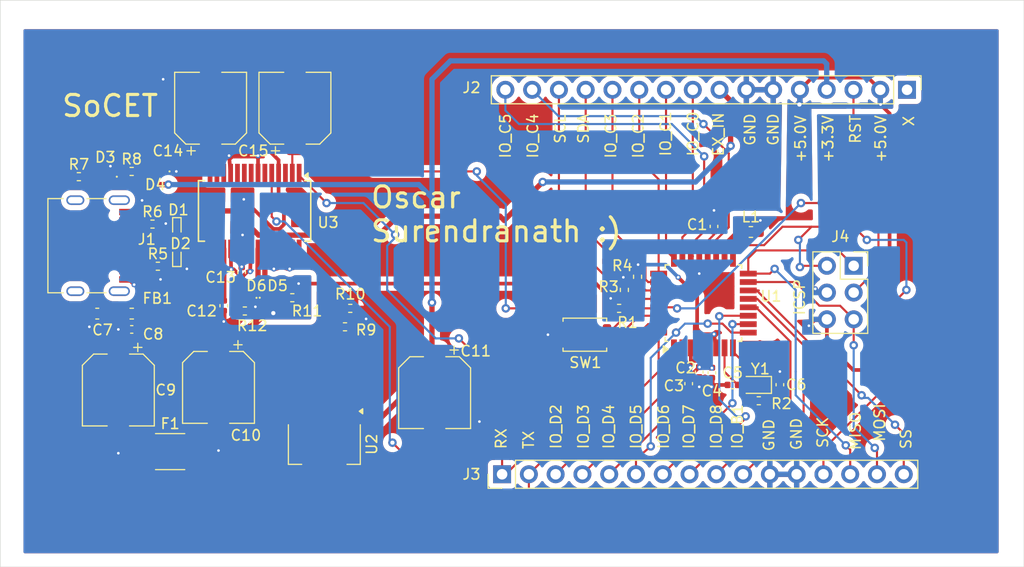
<source format=kicad_pcb>
(kicad_pcb (version 20240108) (generator "pcbnew") (generator_version "8.0")
  (layers (0 "F.Cu" signal) (31 "B.Cu" signal) (34 "B.Paste" user) (35 "F.Paste" user) (36 "B.SilkS" user "B.Silkscreen") (37 "F.SilkS" user "F.Silkscreen") (38 "B.Mask" user) (39 "F.Mask" user) (44 "Edge.Cuts" user))
  (net 0 "")
  (net 1 "Net-(U1-AREF)")
  (net 2 "GND")
  (net 3 "+5V")
  (net 4 "EX_OSC1")
  (net 5 "EX_OSC2")
  (net 6 "PWRU_IN")
  (net 7 "Net-(C8-Pad2)")
  (net 8 "+3.3V")
  (net 9 "Net-(U3-3V3OUT)")
  (net 10 "EX_RST")
  (net 11 "USART_DTR")
  (net 12 "USBC_D.N")
  (net 13 "USBC_D.P")
  (net 14 "Net-(D3-A)")
  (net 15 "Net-(D4-A)")
  (net 16 "Net-(D5-K)")
  (net 17 "Net-(D5-A)")
  (net 18 "Net-(D6-A)")
  (net 19 "Net-(D6-K)")
  (net 21 "Net-(J1-CC2)")
  (net 23 "Net-(J1-CC1)")
  (net 26 "GPIO_C.0")
  (net 27 "GPIO_C.3")
  (net 28 "GPIO_C.1")
  (net 29 "I2C_SDA")
  (net 30 "GPIO_C.2")
  (net 32 "GPIO_C.5")
  (net 33 "GPIO_C.4")
  (net 34 "I2C_SCL")
  (net 35 "SPI.MISO")
  (net 36 "GPIO_D.3")
  (net 37 "GPIO_B.1")
  (net 38 "SPI.MOSI")
  (net 39 "GPIO_B.0")
  (net 40 "USART.TXD")
  (net 41 "GPIO_D.7")
  (net 42 "SPI.SS")
  (net 43 "GPIO_D.6")
  (net 44 "SPI.SCK")
  (net 45 "GPIO_D.5")
  (net 46 "USART.RXD")
  (net 47 "GPIO_D.4")
  (net 48 "GPIO_D.2")
  (net 49 "Net-(U1-AVCC)")
  (net 50 "Net-(U2-ADJ)")
  (footprint "Capacitor_SMD:C_0402_1005Metric" (layer "F.Cu") (at 119.6 90.73 -90)
    (property "Reference" "C13")
    (property "Value" "0.1u")
  )
  (footprint "LED_SMD:LED_0402_1005Metric" (layer "F.Cu") (at 106.665 81.65 180)
    (property "Reference" "D3")
    (property "Value" "LED")
  )
  (footprint "Capacitor_SMD:CP_Elec_6.3x7.7" (layer "F.Cu") (at 107.9 101.9 -90)
    (property "Reference" "C9")
    (property "Value" "4.7u")
  )
  (footprint "Package_TO_SOT_SMD:SOT-223" (layer "F.Cu") (at 127.44 107.05 -90)
    (property "Reference" "U2")
    (property "Value" "LM1117S-ADJ")
  )
  (footprint "Capacitor_SMD:C_0603_1608Metric" (layer "F.Cu") (at 105.9 94.65)
    (property "Reference" "C7")
    (property "Value" "0.01u")
  )
  (footprint "Capacitor_SMD:C_0402_1005Metric" (layer "F.Cu") (at 164.4 86.37 -90)
    (property "Reference" "C1")
    (property "Value" ".1u")
  )
  (footprint "Inductor_SMD:L_0603_1608Metric" (layer "F.Cu") (at 167.9 86.9)
    (property "Reference" "L1")
    (property "Value" "10u")
  )
  (footprint "Capacitor_SMD:C_0402_1005Metric" (layer "F.Cu") (at 163 100.2 -90)
    (property "Reference" "C2")
    (property "Value" ".1u")
  )
  (footprint "Resistor_SMD:R_0402_1005Metric" (layer "F.Cu") (at 157.15 91.15 -90)
    (property "Reference" "R4")
    (property "Value" "4.7k")
  )
  (footprint "LED_SMD:LED_0402_1005Metric" (layer "F.Cu") (at 119.915 93.15 180)
    (property "Reference" "D6")
    (property "Value" "RX_LED")
  )
  (footprint "Resistor_SMD:R_0402_1005Metric" (layer "F.Cu") (at 111.65 90.15)
    (property "Reference" "R5")
    (property "Value" "5.1k")
  )
  (footprint "Capacitor_SMD:CP_Elec_6.3x7.7" (layer "F.Cu") (at 124.65 75.15 90)
    (property "Reference" "C15")
    (property "Value" "0.1u")
  )
  (footprint "Package_QFP:TQFP-32_7x7mm_P0.8mm" (layer "F.Cu") (at 163.4 93.65 90)
    (property "Reference" "U1")
    (property "Value" "ATmega328P-A")
  )
  (footprint "Resistor_SMD:R_0402_1005Metric" (layer "F.Cu") (at 129.9 94.15)
    (property "Reference" "R10")
    (property "Value" "200")
  )
  (footprint "Package_SO:SSOP-28_5.3x10.2mm_P0.65mm" (layer "F.Cu") (at 120.825 84.9 -90)
    (property "Reference" "U3")
    (property "Value" "FT232RL")
  )
  (footprint "Resistor_SMD:R_0402_1005Metric" (layer "F.Cu") (at 129.4 95.9)
    (property "Reference" "R9")
    (property "Value" "121")
  )
  (footprint "Resistor_SMD:R_0402_1005Metric" (layer "F.Cu") (at 119.9 94.4)
    (property "Reference" "R12")
    (property "Value" "150")
  )
  (footprint "Resistor_SMD:R_0402_1005Metric" (layer "F.Cu") (at 124.4 93.14)
    (property "Reference" "R11")
    (property "Value" "150")
  )
  (footprint "Connector_USB:USB_C_Receptacle_Palconn_UTC16-G" (layer "F.Cu") (at 106.06 88.2 -90)
    (property "Reference" "J1")
    (property "Value" "USB_C_Receptacle_USB2.0_16P")
  )
  (footprint "Resistor_SMD:R_0402_1005Metric" (layer "F.Cu") (at 104.155 81.65)
    (property "Reference" "R7")
    (property "Value" "155")
  )
  (footprint "Resistor_SMD:R_0402_1005Metric" (layer "F.Cu") (at 109.165 81.15)
    (property "Reference" "R8")
    (property "Value" "70")
  )
  (footprint "Inductor_SMD:L_0603_1608Metric" (layer "F.Cu") (at 109.17 94.65)
    (property "Reference" "FB1")
    (property "Value" "120")
  )
  (footprint "Resistor_SMD:R_0402_1005Metric" (layer "F.Cu") (at 111.14 86.15)
    (property "Reference" "R6")
    (property "Value" "5.1k")
  )
  (footprint "Resistor_SMD:R_0402_1005Metric" (layer "F.Cu") (at 155.9 92.4 -90)
    (property "Reference" "R3")
    (property "Value" "4.7k")
  )
  (footprint "Capacitor_SMD:C_0402_1005Metric" (layer "F.Cu") (at 170.65 101.4 -90)
    (property "Reference" "C6")
    (property "Value" "18p")
  )
  (footprint "Capacitor_SMD:CP_Elec_6.3x7.7" (layer "F.Cu") (at 117.4 101.65 -90)
    (property "Reference" "C10")
    (property "Value" "10u")
  )
  (footprint "Capacitor_SMD:C_0402_1005Metric" (layer "F.Cu") (at 164.2 100.264601 -90)
    (property "Reference" "C4")
    (property "Value" ".1u")
  )
  (footprint "Capacitor_SMD:C_0402_1005Metric" (layer "F.Cu") (at 117.9 93.9 -90)
    (property "Reference" "C12")
    (property "Value" "0.1u")
  )
  (footprint "Fuse:Fuse_1812_4532Metric" (layer "F.Cu") (at 112.8125 107.75)
    (property "Reference" "F1")
    (property "Value" "500mA")
  )
  (footprint "Diode_SMD:D_SOD-923" (layer "F.Cu") (at 113.45 86.4 -90)
    (property "Reference" "D1")
    (property "Value" "ESD9B5.0ST5G")
  )
  (footprint "Resistor_SMD:R_0402_1005Metric" (layer "F.Cu") (at 168.65 102.92)
    (property "Reference" "R2")
    (property "Value" "1M")
  )
  (footprint "Diode_SMD:D_SOD-923" (layer "F.Cu") (at 113.45 89.32 90)
    (property "Reference" "D2")
    (property "Value" "ESD9B5.0ST5G")
  )
  (footprint "Capacitor_SMD:C_0402_1005Metric" (layer "F.Cu") (at 162 101.3 90)
    (property "Reference" "C3")
    (property "Value" ".1u")
  )
  (footprint "LED_SMD:LED_0402_1005Metric" (layer "F.Cu") (at 111.665 81.15 180)
    (property "Reference" "D4")
    (property "Value" "LED")
  )
  (footprint "Connector_PinHeader_2.54mm:PinHeader_1x16_P2.54mm_Vertical" (layer "F.Cu") (at 144.3 109.9 90)
    (property "Reference" "J3")
    (property "Value" "Conn_01x16_Socket")
  )
  (footprint "Connector_PinHeader_2.54mm:PinHeader_1x16_P2.54mm_Vertical" (layer "F.Cu") (at 182.71 73.4 -90)
    (property "Reference" "J2")
    (property "Value" "Conn_01x16_Socket")
  )
  (footprint "Capacitor_SMD:C_0402_1005Metric" (layer "F.Cu") (at 166.17 101.42)
    (property "Reference" "C5")
    (property "Value" "18p")
  )
  (footprint "Capacitor_SMD:CP_Elec_6.3x7.7" (layer "F.Cu") (at 116.65 75.15 90)
    (property "Reference" "C14")
    (property "Value" "4.7u")
  )
  (footprint "Button_Switch_SMD:SW_Push_SPST_NO_Alps_SKRK" (layer "F.Cu") (at 152.15 96.65 180)
    (property "Reference" "SW1")
    (property "Value" "SW_Push")
  )
  (footprint "Crystal:Crystal_SMD_2012-2Pin_2.0x1.2mm" (layer "F.Cu") (at 168.65 101.42 180)
    (property "Reference" "Y1")
    (property "Value" "16MHz")
  )
  (footprint "Connector_PinSocket_2.54mm:PinSocket_2x03_P2.54mm_Vertical" (layer "F.Cu") (at 177.65 90.11)
    (property "Reference" "J4")
    (property "Value" "ICSP")
  )
  (footprint "Resistor_SMD:R_0402_1005Metric" (layer "F.Cu") (at 155.4 94.15)
    (property "Reference" "R1")
    (property "Value" "10k")
  )
  (footprint "Capacitor_SMD:C_0402_1005Metric" (layer "F.Cu") (at 109.17 96.15)
    (property "Reference" "C8")
    (property "Value" "0.1u")
  )
  (footprint "LED_SMD:LED_0402_1005Metric" (layer "F.Cu") (at 122.4 93.14)
    (property "Reference" "D5")
    (property "Value" "TX_LED")
  )
  (footprint "Capacitor_SMD:CP_Elec_6.3x7.7" (layer "F.Cu") (at 137.9 102.15 -90)
    (property "Reference" "C11")
    (property "Value" ".1u")
  )
  (gr_rect (start 96.7 64.9) (end 193.8 118.7) (stroke (width 0.05)) (fill none) (layer "Edge.Cuts"))
  (gr_text "ICSP" (at 173.1 94.9 90) (layer "F.SilkS") (effects (font (size 1 1)) (justify left bottom)))
  (gr_text "IO_C1\n" (at 160.4 79.8 90) (layer "F.SilkS") (effects (font (size 1 1)) (justify left bottom)))
  (gr_text "GND\n" (at 168.4 78.8 90) (layer "F.SilkS") (effects (font (size 1 1)) (justify left bottom)))
  (gr_text "IO_D7\n" (at 162.6 107.6 90) (layer "F.SilkS") (effects (font (size 1 1)) (justify left bottom)))
  (gr_text "+5.0V" (at 173.2 80.4 90) (layer "F.SilkS") (effects (font (size 1 1)) (justify left bottom)))
  (gr_text "SDA" (at 152.6 78.6 90) (layer "F.SilkS") (effects (font (size 1 1)) (justify left bottom)))
  (gr_text "IO_D8\n" (at 165.2 107.6 90) (layer "F.SilkS") (effects (font (size 1 1)) (justify left bottom)))
  (gr_text "+3.3V" (at 175.8 80.4 90) (layer "F.SilkS") (effects (font (size 1 1)) (justify left bottom)))
  (gr_text "IO_D3\n" (at 152.6 107.6 90) (layer "F.SilkS") (effects (font (size 1 1)) (justify left bottom)))
  (gr_text "IO_C4" (at 147.8 80 90) (layer "F.SilkS") (effects (font (size 1 1)) (justify left bottom)))
  (gr_text "EX_IN" (at 165.4 79.8 90) (layer "F.SilkS") (effects (font (size 1 1)) (justify left bottom)))
  (gr_text "RST\n" (at 178.4 78.6 90) (layer "F.SilkS") (effects (font (size 1 1)) (justify left bottom)))
  (gr_text "+5.0V\n" (at 180.8 80.4 90) (layer "F.SilkS") (effects (font (size 1 1)) (justify left bottom)))
  (gr_text "IO_C5" (at 145.2 80 90) (layer "F.SilkS") (effects (font (size 1 1)) (justify left bottom)))
  (gr_text "GND\n" (at 170.6 78.8 90) (layer "F.SilkS") (effects (font (size 1 1)) (justify left bottom)))
  (gr_text "IO_C2\n" (at 157.8 80 90) (layer "F.SilkS") (effects (font (size 1 1)) (justify left bottom)))
  (gr_text "IO_C0" (at 163 79.8 90) (layer "F.SilkS") (effects (font (size 1 1)) (justify left bottom)))
  (gr_text "GND" (at 172.8 107.7 90) (layer "F.SilkS") (effects (font (size 1 1)) (justify left bottom)))
  (gr_text "IO_D6\n" (at 160.2 107.6 90) (layer "F.SilkS") (effects (font (size 1 1)) (justify left bottom)))
  (gr_text "SCL" (at 150.4 78.6 90) (layer "F.SilkS") (effects (font (size 1 1)) (justify left bottom)))
  (gr_text "IO_D5\n" (at 157.6 107.6 90) (layer "F.SilkS") (effects (font (size 1 1)) (justify left bottom)))
  (gr_text "TX\n" (at 147.4 107.6 90) (layer "F.SilkS") (effects (font (size 1 1)) (justify left bottom)))
  (gr_text "IO_D4\n" (at 155 107.6 90) (layer "F.SilkS") (effects (font (size 1 1)) (justify left bottom)))
  (gr_text "IO_D2\n" (at 150 107.6 90) (layer "F.SilkS") (effects (font (size 1 1)) (justify left bottom)))
  (gr_text "MOSI" (at 180.7 106.9 90) (layer "F.SilkS") (effects (font (size 1 1)) (justify left bottom)))
  (gr_text "IO_C3" (at 155.2 80 90) (layer "F.SilkS") (effects (font (size 1 1)) (justify left bottom)))
  (gr_text "SoCET" (at 102.4 76.1 0) (layer "F.SilkS") (effects (font (size 2 2) (thickness 0.3)) (justify left bottom)))
  (gr_text "Oscar\nSurendranath :)" (at 131.7 88 0) (layer "F.SilkS") (effects (font (size 2 2) (thickness 0.3)) (justify left bottom)))
  (gr_text "RX" (at 144.8 107.6 90) (layer "F.SilkS") (effects (font (size 1 1)) (justify left bottom)))
  (gr_text "GND" (at 170.2 107.8 90) (layer "F.SilkS") (effects (font (size 1 1)) (justify left bottom)))
  (gr_text "X" (at 182.2 75.8 -90) (layer "F.SilkS") (effects (font (size 1 1)) (justify left bottom)))
  (gr_text "SS" (at 183.2 107.6 90) (layer "F.SilkS") (effects (font (size 1 1)) (justify left bottom)))
  (gr_text "SCK" (at 175.3 107.5 90) (layer "F.SilkS") (effects (font (size 1 1)) (justify left bottom)))
  (gr_text "MISO" (at 178.4 107.7 90) (layer "F.SilkS") (effects (font (size 1 1)) (justify left bottom)))
  (gr_text "IO_B1" (at 167.2 107.6 90) (layer "F.SilkS") (effects (font (size 1 1)) (justify left bottom)))
  (segment (start 164.4 86.85) (end 164.4 87.15) (width 0.2) (layer "F.Cu") (net 1))
  (segment (start 163.8 89.4) (end 163.8 87.75) (width 0.2) (layer "F.Cu") (net 1))
  (segment (start 164.4 87.15) (end 163.8 87.75) (width 0.2) (layer "F.Cu") (net 1))
  (segment (start 148.65 96.65) (end 148.9 96.65) (width 0.35) (layer "F.Cu") (net 2))
  (segment (start 163 100.68) (end 163 101.6) (width 0.35) (layer "F.Cu") (net 2))
  (segment (start 163 89.4) (end 163 90.85) (width 0.35) (layer "F.Cu") (net 2))
  (segment (start 169.7 109.9) (end 172.24 109.9) (width 0.35) (layer "F.Cu") (net 2))
  (segment (start 121.15 81.3) (end 121.15 79.65) (width 0.35) (layer "F.Cu") (net 2))
  (segment (start 162.82 101.78) (end 163 101.6) (width 0.35) (layer "F.Cu") (net 2))
  (segment (start 162.2 99.2) (end 162.2 99.6) (width 0.35) (layer "F.Cu") (net 2))
  (segment (start 112.52 85.98) (end 112.4 86.1) (width 0.35) (layer "F.Cu") (net 2))
  (segment (start 137.9 104.85) (end 141.85 104.85) (width 0.35) (layer "F.Cu") (net 2))
  (segment (start 117.9 94.38) (end 117.9 95.4) (width 0.35) (layer "F.Cu") (net 2))
  (segment (start 120.4 90.65) (end 120.5 90.55) (width 0.35) (layer "F.Cu") (net 2))
  (segment (start 123.1 90.2) (end 122.65 90.4) (width 0.35) (layer "F.Cu") (net 2))
  (segment (start 164.2 100.744601) (end 164.2 101.464601) (width 0.35) (layer "F.Cu") (net 2))
  (segment (start 116.65 72.45) (end 112.2 72.45) (width 0.35) (layer "F.Cu") (net 2))
  (segment (start 150.05 96.65) (end 148.65 96.65) (width 0.35) (layer "F.Cu") (net 2))
  (segment (start 162.2 97.9) (end 162.2 99.2) (width 0.35) (layer "F.Cu") (net 2))
  (segment (start 162.265 99.135) (end 162.2 99.2) (width 0.35) (layer "F.Cu") (net 2))
  (segment (start 105.125 94.65) (end 105.15 95.9) (width 0.35) (layer "F.Cu") (net 2))
  (segment (start 123.1 88.5) (end 123.1 90.2) (width 0.35) (layer "F.Cu") (net 2))
  (segment (start 112.2 72.45) (end 112.15 72.4) (width 0.35) (layer "F.Cu") (net 2))
  (segment (start 113.45 85.98) (end 112.52 85.98) (width 0.35) (layer "F.Cu") (net 2))
  (segment (start 105.15 95.9) (end 105.125 95.625) (width 0.35) (layer "F.Cu") (net 2))
  (segment (start 131.4 95.15) (end 131.15 94.9) (width 0.35) (layer "F.Cu") (net 2))
  (segment (start 123.75 90.25) (end 124.15 90.4) (width 0.35) (layer "F.Cu") (net 2))
  (segment (start 170.65 100.92) (end 170.65 100.15) (width 0.35) (layer "F.Cu") (net 2))
  (segment (start 117.4 104.35) (end 117.4 107.65) (width 0.35) (layer "F.Cu") (net 2))
  (segment (start 142.15 104.9) (end 141.9 104.9) (width 0.35) (layer "F.Cu") (net 2))
  (segment (start 164.34614 101.42) (end 164.16614 101.6) (width 0.35) (layer "F.Cu") (net 2))
  (segment (start 165.69 101.42) (end 164.34614 101.42) (width 0.35) (layer "F.Cu") (net 2))
  (segment (start 162 101.78) (end 162.82 101.78) (width 0.35) (layer "F.Cu") (net 2))
  (segment (start 141.85 104.85) (end 142.15 104.9) (width 0.35) (layer "F.Cu") (net 2))
  (segment (start 162.2 99.6) (end 162.15 99.65) (width 0.35) (layer "F.Cu") (net 2))
  (segment (start 107.9 104.6) (end 107.9 107.9) (width 0.35) (layer "F.Cu") (net 2))
  (segment (start 108.69 96.15) (end 107.9 96.15) (width 0.35) (layer "F.Cu") (net 2))
  (segment (start 118.55 88.5) (end 118.6 90.45) (width 0.35) (layer "F.Cu") (net 2))
  (segment (start 118.84 90.45) (end 119.6 91.21) (width 0.35) (layer "F.Cu") (net 2))
  (segment (start 112.4 86.1) (end 112.35 86.15) (width 0.35) (layer "F.Cu") (net 2))
  (segment (start 163.8 99.05) (end 163.715 99.135) (width 0.35) (layer "F.Cu") (net 2))
  (segment (start 120.5 88.5) (end 120.4 90.65) (width 0.35) (layer "F.Cu") (net 2))
  (segment (start 118.55 81.3) (end 118.4 79.65) (width 0.35) (layer "F.Cu") (net 2))
  (segment (start 122.65 90.4) (end 122.9 90.4) (width 0.35) (layer "F.Cu") (net 2))
  (segment (start 130.41 94.15) (end 130.41 94.16) (width 0.35) (layer "F.Cu") (net 2))
  (segment (start 108.57 91.4) (end 108.9 91.4) (width 0.35) (layer "F.Cu") (net 2))
  (segment (start 120.4 90.65) (end 120.16 90.65) (width 0.35) (layer "F.Cu") (net 2))
  (segment (start 163.8 97.9) (end 163.8 99.05) (width 0.35) (layer "F.Cu") (net 2))
  (segment (start 118.6 90.45) (end 118.55 90.3) (width 0.35) (layer "F.Cu") (net 2))
  (segment (start 124.15 90.4) (end 123.9 90.4) (width 0.35) (layer "F.Cu") (net 2))
  (segment (start 164.4 85.89) (end 164.4 84.85) (width 0.35) (layer "F.Cu") (net 2))
  (segment (start 113.45 89.74) (end 114.11 90.4) (width 0.35) (layer "F.Cu") (net 2))
  (segment (start 107.9 107.9) (end 107.9 107.65) (width 0.35) (layer "F.Cu") (net 2))
  (segment (start 114.11 90.4) (end 114.4 90.4) (width 0.35) (layer "F.Cu") (net 2))
  (segment (start 163.715 99.135) (end 162.265 99.135) (width 0.35) (layer "F.Cu") (net 2))
  (segment (start 107.15 81.65) (end 107.15 80.65) (width 0.35) (layer "F.Cu") (net 2))
  (segment (start 108.9 91.4) (end 109.4 91.9) (width 0.35) (layer "F.Cu") (net 2))
  (segment (start 112.15 81.15) (end 113.4 81.15) (width 0.35) (layer "F.Cu") (net 2))
  (segment (start 112.16 91.14) (end 111.9 91.4) (width 0.35) (layer "F.Cu") (net 2))
  (segment (start 108.57 85) (end 109.05 85) (width 0.35) (layer "F.Cu") (net 2))
  (segment (start 111.65 86.15) (end 112.4 86.1) (width 0.35) (layer "F.Cu") (net 2))
  (segment (start 109.05 85) (end 110.15 83.9) (width 0.35) (layer "F.Cu") (net 2))
  (segment (start 118.6 90.45) (end 118.84 90.45) (width 0.35) (layer "F.Cu") (net 2))
  (segment (start 130.41 94.16) (end 131.4 95.15) (width 0.35) (layer "F.Cu") (net 2))
  (segment (start 112.16 90.15) (end 112.16 91.14) (width 0.35) (layer "F.Cu") (net 2))
  (segment (start 123.75 88.5) (end 123.75 90.25) (width 0.35) (layer "F.Cu") (net 2))
  (segment (start 120.16 90.65) (end 119.6 91.21) (width 0.35) (layer "F.Cu") (net 2))
  (via (at 107.15 80.65) (size 0.5) (drill 0.25) (layers "F.Cu" "B.Cu") (net 2))
  (via (at 170.65 100.15) (size 0.5) (drill 0.25) (layers "F.Cu" "B.Cu") (net 2))
  (via (at 121.15 79.65) (size 0.5) (drill 0.25) (layers "F.Cu" "B.Cu") (net 2))
  (via (at 163 101.6) (size 0.5) (drill 0.25) (layers "F.Cu" "B.Cu") (net 2))
  (via (at 120.4 90.65) (size 0.5) (drill 0.25) (layers "F.Cu" "B.Cu") (net 2))
  (via (at 122.65 90.4) (size 0.5) (drill 0.25) (layers "F.Cu" "B.Cu") (net 2))
  (via (at 148.65 96.65) (size 0.5) (drill 0.25) (layers "F.Cu" "B.Cu") (net 2))
  (via (at 112.4 86.1) (size 0.5) (drill 0.25) (layers "F.Cu" "B.Cu") (net 2))
  (via (at 118.6 90.45) (size 0.5) (drill 0.25) (layers "F.Cu" "B.Cu") (net 2))
  (via (at 111.9 91.4) (size 0.5) (drill 0.25) (layers "F.Cu" "B.Cu") (net 2))
  (via (at 162.14805 99.758334) (size 0.5) (drill 0.25) (layers "F.Cu" "B.Cu") (net 2))
  (via (at 164.4 84.85) (size 0.5) (drill 0.25) (layers "F.Cu" "B.Cu") (net 2))
  (via (at 105.15 95.9) (size 0.5) (drill 0.25) (layers "F.Cu" "B.Cu") (net 2))
  (via (at 142.15 104.9) (size 0.5) (drill 0.25) (layers "F.Cu" "B.Cu") (net 2))
  (via (at 113.4 81.15) (size 0.5) (drill 0.25) (layers "F.Cu" "B.Cu") (net 2))
  (via (at 107.9 96.15) (size 0.5) (drill 0.25) (layers "F.Cu" "B.Cu") (net 2))
  (via (at 109.4 91.9) (size 0.5) (drill 0.25) (layers "F.Cu" "B.Cu") (net 2))
  (via (at 118.4 79.65) (size 0.5) (drill 0.25) (layers "F.Cu" "B.Cu") (net 2))
  (via (at 112.15 72.4) (size 0.5) (drill 0.25) (layers "F.Cu" "B.Cu") (net 2))
  (via (at 131.4 95.15) (size 0.5) (drill 0.25) (layers "F.Cu" "B.Cu") (net 2))
  (via (at 174 92.3) (size 0.5) (drill 0.25) (layers "F.Cu" "B.Cu") (net 2))
  (via (at 124.15 90.4) (size 0.5) (drill 0.25) (layers "F.Cu" "B.Cu") (net 2))
  (via (at 164.16614 101.6) (size 0.5) (drill 0.25) (layers "F.Cu" "B.Cu") (net 2))
  (via (at 117.9 95.4) (size 0.5) (drill 0.25) (layers "F.Cu" "B.Cu") (net 2))
  (via (at 163 90.85) (size 0.5) (drill 0.25) (layers "F.Cu" "B.Cu") (net 2))
  (via (at 117.4 107.65) (size 0.5) (drill 0.25) (layers "F.Cu" "B.Cu") (net 2))
  (via (at 114.4 90.4) (size 0.5) (drill 0.25) (layers "F.Cu" "B.Cu") (net 2))
  (via (at 110.15 83.9) (size 0.5) (drill 0.25) (layers "F.Cu" "B.Cu") (net 2))
  (via (at 107.9 107.9) (size 0.5) (drill 0.25) (layers "F.Cu" "B.Cu") (net 2))
  (segment (start 175.11 92.65) (end 174.35 92.65) (width 0.35) (layer "B.Cu") (net 2))
  (segment (start 174.35 92.65) (end 174 92.3) (width 0.35) (layer "B.Cu") (net 2))
  (segment (start 123.605 83.805) (end 123.605 86.192021) (width 0.35) (layer "F.Cu") (net 3))
  (segment (start 125 91.8) (end 124.91 91.89) (width 0.35) (layer "F.Cu") (net 3))
  (segment (start 173.705 72.245) (end 172.55 73.4) (width 0.35) (layer "F.Cu") (net 3))
  (segment (start 123.1 83.3) (end 123.6 83.8) (width 0.35) (layer "F.Cu") (net 3))
  (segment (start 175.11 97.51) (end 177.6 100) (width 0.35) (layer "F.Cu") (net 3))
  (segment (start 163.010669 99.730669) (end 163 99.72) (width 0.35) (layer "F.Cu") (net 3))
  (segment (start 124.9 99.4) (end 117.85 99.4) (width 0.75) (layer "F.Cu") (net 3))
  (segment (start 114.95 107.75) (end 114.95 101.4) (width 0.75) (layer "F.Cu") (net 3))
  (segment (start 181 89.872756) (end 181.055 89.817756) (width 0.35) (layer "F.Cu") (net 3))
  (segment (start 180.2 73.43) (end 180.17 73.4) (width 0.35) (layer "F.Cu") (net 3))
  (segment (start 155.9 91.89) (end 155.9 91.3) (width 0.35) (layer "F.Cu") (net 3))
  (segment (start 119.85 88.5) (end 119.85 87.45) (width 0.35) (layer "F.Cu") (net 3))
  (segment (start 163 96.75) (end 163 97.9) (width 0.35) (layer "F.Cu") (net 3))
  (segment (start 122.6 94.6) (end 122.4 94.6) (width 0.75) (layer "F.Cu") (net 3))
  (segment (start 154.89 93.49) (end 154.6 93.2) (width 0.35) (layer "F.Cu") (net 3))
  (segment (start 123.192021 86.605) (end 122.605 86.605) (width 0.35) (layer "F.Cu") (net 3))
  (segment (start 120.875 77.85) (end 123.1 80.075) (width 0.35) (layer "F.Cu") (net 3))
  (segment (start 116.65 77.85) (end 120.875 77.85) (width 0.35) (layer "F.Cu") (net 3))
  (segment (start 117.85 99.4) (end 117.4 98.95) (width 0.75) (layer "F.Cu") (net 3))
  (segment (start 168.6875 86.9) (end 168.6875 85.9125) (width 0.35) (layer "F.Cu") (net 3))
  (segment (start 175.11 95.19) (end 174.01 95.19) (width 0.35) (layer "F.Cu") (net 3))
  (segment (start 121.75 94.6) (end 122.6 94.6) (width 0.75) (layer "F.Cu") (net 3))
  (segment (start 103.645 81.65) (end 107.445 77.85) (width 0.35) (layer "F.Cu") (net 3))
  (segment (start 123.1 80.075) (end 123.1 81.3) (width 0.35) (layer "F.Cu") (net 3))
  (segment (start 119.85 87.45) (end 119.6 87.2) (width 0.35) (layer "F.Cu") (net 3))
  (segment (start 123.605 86.192021) (end 123.192021 86.605) (width 0.35) (layer "F.Cu") (net 3))
  (segment (start 123.1 81.3) (end 123.1 83.3) (width 0.35) (layer "F.Cu") (net 3))
  (segment (start 163.15 96.6) (end 163 96.75) (width 0.35) (layer "F.Cu") (net 3))
  (segment (start 180.17 73.4) (end 179.015 72.245) (width 0.35) (layer "F.Cu") (net 3))
  (segment (start 123.6 83.8) (end 123.605 83.805) (width 0.35) (layer "F.Cu") (net 3))
  (segment (start 180.2 74.8) (end 180.2 73.43) (width 0.35) (layer "F.Cu") (net 3))
  (segment (start 117.4 98.95) (end 121.75 94.6) (width 0.75) (layer "F.Cu") (net 3))
  (segment (start 172.55 74.75) (end 172.5 74.8) (width 0.35) (layer "F.Cu") (net 3))
  (segment (start 125 91.8) (end 153.2 91.8) (width 0.35) (layer "F.Cu") (net 3))
  (segment (start 174.01 95.19) (end 173.4 95.8) (width 0.35) (layer "F.Cu") (net 3))
  (segment (start 162.8 93) (end 161 91.2) (width 0.35) (layer "F.Cu") (net 3))
  (segment (start 162 100.82) (end 162 100.72) (width 0.35) (layer "F.Cu") (net 3))
  (segment (start 181.055 89.817756) (end 181.055 75.655) (width 0.35) (layer "F.Cu") (net 3))
  (segment (start 177.6 100) (end 179 100) (width 0.35) (layer "F.Cu") (net 3))
  (segment (start 162.8 96.25) (end 163.15 96.6) (width 0.35) (layer "F.Cu") (net 3))
  (segment (start 164.6 97.9) (end 164.4 96.6) (width 0.35) (layer "F.Cu") (net 3))
  (segment (start 164.4 96.6) (end 163.15 96.6) (width 0.35) (layer "F.Cu") (net 3))
  (segment (start 179.015 72.245) (end 173.705 72.245) (width 0.35) (layer "F.Cu") (net 3))
  (segment (start 175.11 95.19) (end 175.11 97.51) (width 0.35) (layer "F.Cu") (net 3))
  (segment (start 162.8 93) (end 162.8 96.25) (width 0.35) (layer "F.Cu") (net 3))
  (segment (start 114.95 101.4) (end 117.4 98.95) (width 0.75) (layer "F.Cu") (net 3))
  (segment (start 125.14 99.64) (end 125.14 103.9) (width 0.75) (layer "F.Cu") (net 3))
  (segment (start 181 98) (end 181 89.872756) (width 0.35) (layer "F.Cu") (net 3))
  (segment (start 181.055 75.655) (end 180.2 74.8) (width 0.35) (layer "F.Cu") (net 3))
  (segment (start 162 100.72) (end 163 99.72) (width 0.35) (layer "F.Cu") (net 3))
  (segment (start 179 100) (end 181 98) (width 0.35) (layer "F.Cu") (net 3))
  (segment (start 153.2 91.8) (end 154.6 93.2) (width 0.35) (layer "F.Cu") (net 3))
  (segment (start 124.9 99.4) (end 125.14 99.64) (width 0.75) (layer "F.Cu") (net 3))
  (segment (start 124.91 93.14) (end 125 91.8) (width 0.35) (layer "F.Cu") (net 3))
  (segment (start 120.5 94.4) (end 120.9 94) (width 0.35) (layer "F.Cu") (net 3))
  (segment (start 122.605 86.605) (end 119.8 83.8) (width 0.35) (layer "F.Cu") (net 3))
  (segment (start 168.6875 85.9125) (end 168.8 85.8) (width 0.35) (layer "F.Cu") (net 3))
  (segment (start 157.15 90.05) (end 157.2 90) (width 0.35) (layer "F.Cu") (net 3))
  (segment (start 154.89 94.15) (end 154.89 93.49) (width 0.35) (layer "F.Cu") (net 3))
  (segment (start 163.025898 99.730669) (end 163.010669 99.730669) (width 0.35) (layer "F.Cu") (net 3))
  (segment (start 107.445 77.85) (end 116.65 77.85) (width 0.35) (layer "F.Cu") (net 3))
  (segment (start 172.55 73.4) (end 172.55 74.75) (width 0.35) (layer "F.Cu") (net 3))
  (segment (start 120.41 94.4) (end 120.5 94.4) (width 0.35) (layer "F.Cu") (net 3))
  (segment (start 157.15 90.64) (end 157.15 90.05) (width 0.35) (layer "F.Cu") (net 3))
  (segment (start 155.9 91.3) (end 155.8 91.2) (width 0.35) (layer "F.Cu") (net 3))
  (via (at 163.025898 99.730669) (size 0.5) (drill 0.25) (layers "F.Cu" "B.Cu") (net 3))
  (via (at 157.2 90) (size 0.5) (drill 0.25) (layers "F.Cu" "B.Cu") (net 3))
  (via (at 161 91.2) (size 0.5) (drill 0.25) (layers "F.Cu" "B.Cu") (net 3))
  (via (at 155.8 91.2) (size 0.5) (drill 0.25) (layers "F.Cu" "B.Cu") (net 3))
  (via (at 125 91.8) (size 0.5) (drill 0.25) (layers "F.Cu" "B.Cu") (net 3))
  (via (at 119.8 83.8) (size 0.5) (drill 0.25) (layers "F.Cu" "B.Cu") (net 3))
  (via (at 172.5 74.8) (size 0.8) (drill 0.4) (layers "F.Cu" "B.Cu") (net 3))
  (via (at 154.6 93.2) (size 0.5) (drill 0.25) (layers "F.Cu" "B.Cu") (net 3))
  (via (at 173.4 95.8) (size 0.5) (drill 0.25) (layers "F.Cu" "B.Cu") (net 3))
  (via (at 122.6 94.6) (size 0.8) (drill 0.4) (layers "F.Cu" "B.Cu") (net 3))
  (via (at 164.2 99.814601) (size 0.5) (drill 0.25) (layers "F.Cu" "B.Cu") (net 3))
  (via (at 120.9 94) (size 0.5) (drill 0.25) (layers "F.Cu" "B.Cu") (net 3))
  (via (at 168.8 85.8) (size 0.5) (drill 0.25) (layers "F.Cu" "B.Cu") (net 3))
  (via (at 119.6 90.2) (size 0.5) (drill 0.25) (layers "F.Cu" "B.Cu") (net 3))
  (via (at 119.682242 87.181749) (size 0.5) (drill 0.25) (layers "F.Cu" "B.Cu") (net 3))
  (via (at 164.4 96.6) (size 0.5) (drill 0.25) (layers "F.Cu" "B.Cu") (net 3))
  (via (at 180.2 74.8) (size 0.5) (drill 0.25) (layers "F.Cu" "B.Cu") (net 3))
  (segment (start 159.8 90) (end 157.2 90) (width 0.35) (layer "B.Cu") (net 3))
  (segment (start 161 91.2) (end 159.8 90) (width 0.35) (layer "B.Cu") (net 3))
  (segment (start 168.14 102.92) (end 168.14 101.61) (width 0.2) (layer "F.Cu") (net 4))
  (segment (start 165.4 97.9) (end 165.4 100.17) (width 0.2) (layer "F.Cu") (net 4))
  (segment (start 166.65 101.42) (end 167.95 101.42) (width 0.2) (layer "F.Cu") (net 4))
  (segment (start 168.14 101.61) (end 167.95 101.42) (width 0.2) (layer "F.Cu") (net 4))
  (segment (start 165.4 100.17) (end 166.65 101.42) (width 0.2) (layer "F.Cu") (net 4))
  (segment (start 169.35 101.42) (end 170.19 101.42) (width 0.2) (layer "F.Cu") (net 5))
  (segment (start 169.35 102.73) (end 169.16 102.92) (width 0.2) (layer "F.Cu") (net 5))
  (segment (start 170.19 101.42) (end 170.65 101.88) (width 0.2) (layer "F.Cu") (net 5))
  (segment (start 166.2 98.27) (end 169.35 101.42) (width 0.2) (layer "F.Cu") (net 5))
  (segment (start 169.35 101.42) (end 169.35 102.73) (width 0.2) (layer "F.Cu") (net 5))
  (segment (start 166.2 97.9) (end 166.2 98.27) (width 0.2) (layer "F.Cu") (net 5))
  (segment (start 108.3825 94.65) (end 106.675 94.65) (width 0.5) (layer "F.Cu") (net 6))
  (segment (start 106.675 94.65) (end 106.65 94.625) (width 0.5) (layer "F.Cu") (net 6))
  (segment (start 164.93 73.4) (end 165.974859 74.444859) (width 0.5) (layer "F.Cu") (net 6))
  (segment (start 106.7 86.1) (end 106.71 86.1) (width 0.5) (layer "F.Cu") (net 6))
  (segment (start 132.6 87.2) (end 134.4 85.4) (width 0.5) (layer "F.Cu") (net 6))
  (segment (start 106.7 89.286) (end 106.7 86.1) (width 0.5) (layer "F.Cu") (net 6))
  (segment (start 144.5 85.8) (end 148.15 82.15) (width 0.5) (layer "F.Cu") (net 6))
  (segment (start 107.980251 90.6) (end 108.57 90.6) (width 0.25) (layer "F.Cu") (net 6))
  (segment (start 106.7 90.2) (end 107.580251 90.2) (width 0.5) (layer "F.Cu") (net 6))
  (segment (start 108.57 85.8) (end 108.325 86.045) (width 0.25) (layer "F.Cu") (net 6))
  (segment (start 110.15 91.34) (end 110.15 93.4) (width 0.5) (layer "F.Cu") (net 6))
  (segment (start 144.1 85.4) (end 144.5 85.8) (width 0.5) (layer "F.Cu") (net 6))
  (segment (start 106.765 86.045) (end 106.71 86.1) (width 0.25) (layer "F.Cu") (net 6))
  (segment (start 118.9 84.9) (end 121.2 87.2) (width 0.5) (layer "F.Cu") (net 6))
  (segment (start 109.6325 93.4) (end 108.3825 94.65) (width 0.5) (layer "F.Cu") (net 6))
  (segment (start 106.7 90.2) (end 106.7 89.286) (width 0.5) (layer "F.Cu") (net 6))
  (segment (start 109.41 85.8) (end 110.31 84.9) (width 0.5) (layer "F.Cu") (net 6))
  (segment (start 108.325 86.045) (end 106.765 86.045) (width 0.25) (layer "F.Cu") (net 6))
  (segment (start 110.31 84.9) (end 118.9 84.9) (width 0.5) (layer "F.Cu") (net 6))
  (segment (start 165.974859 74.444859) (end 165.974859 78.718631) (width 0.5) (layer "F.Cu") (net 6))
  (segment (start 107.580251 90.2) (end 107.980251 90.6) (width 0.25) (layer "F.Cu") (net 6))
  (segment (start 110.15 93.4) (end 109.6325 93.4) (width 0.5) (layer "F.Cu") (net 6))
  (segment (start 108.57 85.8) (end 109.41 85.8) (width 0.5) (layer "F.Cu") (net 6))
  (segment (start 108.57 90.6) (end 109.41 90.6) (width 0.5) (layer "F.Cu") (net 6))
  (segment (start 134.4 85.4) (end 144.1 85.4) (width 0.5) (layer "F.Cu") (net 6))
  (segment (start 121.2 87.2) (end 132.6 87.2) (width 0.5) (layer "F.Cu") (net 6))
  (segment (start 109.41 90.6) (end 110.15 91.34) (width 0.5) (layer "F.Cu") (net 6))
  (via (at 148.15 82.15) (size 0.8) (drill 0.4) (layers "F.Cu" "B.Cu") (net 6))
  (via (at 165.974859 78.718631) (size 0.8) (drill 0.4) (layers "F.Cu" "B.Cu") (net 6))
  (segment (start 148.15 82.15) (end 162.65 82.15) (width 0.5) (layer "B.Cu") (net 6))
  (segment (start 162.65 82.15) (end 165.9 78.9) (width 0.5) (layer "B.Cu") (net 6))
  (segment (start 110.675 101.975) (end 110.675 107.75) (width 0.5) (layer "F.Cu") (net 7))
  (segment (start 109.9575 94.65) (end 109.9575 95.8425) (width 0.5) (layer "F.Cu") (net 7))
  (segment (start 107.9 99.2) (end 109.65 97.45) (width 0.5) (layer "F.Cu") (net 7))
  (segment (start 107.9 99.2) (end 110.675 101.975) (width 0.5) (layer "F.Cu") (net 7))
  (segment (start 109.65 97.45) (end 109.65 96.15) (width 0.5) (layer "F.Cu") (net 7))
  (segment (start 109.9575 95.8425) (end 109.65 96.15) (width 0.5) (layer "F.Cu") (net 7))
  (segment (start 131.225 106.125) (end 129.425 106.125) (width 0.5) (layer "F.Cu") (net 8))
  (segment (start 137.65 93.6) (end 137.65 99.2) (width 0.5) (layer "F.Cu") (net 8))
  (segment (start 108.655 81.469999) (end 109.585001 82.4) (width 0.5) (layer "F.Cu") (net 8))
  (segment (start 127.44 97.35) (end 128.89 95.9) (width 0.5) (layer "F.Cu") (net 8))
  (segment (start 137.9 99.45) (end 131.225 106.125) (width 0.5) (layer "F.Cu") (net 8))
  (segment (start 137.65 99.2) (end 137.9 99.45) (width 0.5) (layer "F.Cu") (net 8))
  (segment (start 109.585001 82.4) (end 112.65 82.4) (width 0.5) (layer "F.Cu") (net 8))
  (segment (start 129.425 106.125) (end 127.44 104.14) (width 0.5) (layer "F.Cu") (net 8))
  (segment (start 108.655 81.15) (end 108.655 81.469999) (width 0.5) (layer "F.Cu") (net 8))
  (segment (start 127.44 104.14) (end 127.44 97.35) (width 0.5) (layer "F.Cu") (net 8))
  (via (at 137.65 93.6) (size 0.8) (drill 0.4) (layers "F.Cu" "B.Cu") (net 8))
  (via (at 112.65 82.4) (size 0.8) (drill 0.4) (layers "F.Cu" "B.Cu") (net 8))
  (segment (start 175.09 73.4) (end 175.09 70.94) (width 0.5) (layer "B.Cu") (net 8))
  (segment (start 174.8 70.65) (end 139.4 70.65) (width 0.5) (layer "B.Cu") (net 8))
  (segment (start 137.65 83.65) (end 137.65 93.6) (width 0.5) (layer "B.Cu") (net 8))
  (segment (start 136.4 82.4) (end 137.65 83.65) (width 0.5) (layer "B.Cu") (net 8))
  (segment (start 175.09 70.94) (end 174.8 70.65) (width 0.5) (layer "B.Cu") (net 8))
  (segment (start 139.4 70.65) (end 137.65 72.4) (width 0.5) (layer "B.Cu") (net 8))
  (segment (start 112.65 82.4) (end 136.4 82.4) (width 0.5) (layer "B.Cu") (net 8))
  (segment (start 137.65 72.4) (end 137.65 83.65) (width 0.5) (layer "B.Cu") (net 8))
  (segment (start 117.9 88.5) (end 117.9 93.42) (width 0.5) (layer "F.Cu") (net 9))
  (segment (start 177.63 73.4) (end 177.63 84.63) (width 0.2) (layer "F.Cu") (net 10))
  (segment (start 144.65 94.15) (end 151.75 94.15) (width 0.2) (layer "F.Cu") (net 10))
  (segment (start 155.91 94.99) (end 155.91 94.15) (width 0.2) (layer "F.Cu") (net 10))
  (segment (start 141.9 81.15) (end 141.65 81.15) (width 0.2) (layer "F.Cu") (net 10))
  (segment (start 160.8 94.05) (end 160.9 94.15) (width 0.2) (layer "F.Cu") (net 10))
  (segment (start 132.1 81.15) (end 141.9 81.15) (width 0.2) (layer "F.Cu") (net 10))
  (segment (start 155.85 94.21) (end 155.91 94.15) (width 0.2) (layer "F.Cu") (net 10))
  (segment (start 124.65 72.45) (end 124.65 73.7) (width 0.2) (layer "F.Cu") (net 10))
  (segment (start 124.65 73.7) (end 132.1 81.15) (width 0.2) (layer "F.Cu") (net 10))
  (segment (start 177.63 84.63) (end 180 87) (width 0.2) (layer "F.Cu") (net 10))
  (segment (start 180 90.3) (end 177.65 92.65) (width 0.2) (layer "F.Cu") (net 10))
  (segment (start 180 87) (end 180 90.3) (width 0.2) (layer "F.Cu") (net 10))
  (segment (start 155.91 94.15) (end 159.05 94.15) (width 0.2) (layer "F.Cu") (net 10))
  (segment (start 151.75 94.15) (end 154.25 96.65) (width 0.2) (layer "F.Cu") (net 10))
  (segment (start 177.15 84.15) (end 177.63 84.63) (width 0.2) (layer "F.Cu") (net 10))
  (segment (start 159.15 94.05) (end 160.8 94.05) (width 0.2) (layer "F.Cu") (net 10))
  (segment (start 159.05 94.15) (end 159.15 94.05) (width 0.2) (layer "F.Cu") (net 10))
  (segment (start 172.65 84.15) (end 177.15 84.15) (width 0.2) (layer "F.Cu") (net 10))
  (segment (start 154.25 96.65) (end 155.91 94.99) (width 0.2) (layer "F.Cu") (net 10))
  (via (at 160.9 94.15) (size 0.8) (drill 0.4) (layers "F.Cu" "B.Cu") (net 10))
  (via (at 141.9 81.15) (size 0.8) (drill 0.4) (layers "F.Cu" "B.Cu") (net 10))
  (via (at 144.65 94.15) (size 0.8) (drill 0.4) (layers "F.Cu" "B.Cu") (net 10))
  (via (at 172.65 84.15) (size 0.8) (drill 0.4) (layers "F.Cu" "B.Cu") (net 10))
  (segment (start 160.9 94.15) (end 162.65 94.15) (width 0.2) (layer "B.Cu") (net 10))
  (segment (start 162.65 94.15) (end 172.65 84.15) (width 0.2) (layer "B.Cu") (net 10))
  (segment (start 144.65 84.290955) (end 144.65 94.15) (width 0.2) (layer "B.Cu") (net 10))
  (segment (start 160.9 94.15) (end 160.94 94.11) (width 0.2) (layer "B.Cu") (net 10))
  (segment (start 141.9 81.15) (end 141.9 81.540955) (width 0.2) (layer "B.Cu") (net 10))
  (segment (start 141.9 81.540955) (end 144.65 84.290955) (width 0.2) (layer "B.Cu") (net 10))
  (segment (start 124.65 77.85) (end 124.4 78.1) (width 0.2) (layer "F.Cu") (net 11))
  (segment (start 124.4 78.1) (end 124.4 81.3) (width 0.2) (layer "F.Cu") (net 11))
  (segment (start 107.6 88.277) (end 107.6 87.713) (width 0.217) (layer "F.Cu") (net 12))
  (segment (start 108.57 87.45) (end 109.440001 87.45) (width 0.2177) (layer "F.Cu") (net 12))
  (segment (start 108.57 88.45) (end 107.773 88.45) (width 0.217) (layer "F.Cu") (net 12))
  (segment (start 109.516151 87.52615) (end 113.4 87.52615) (width 0.2177) (layer "F.Cu") (net 12))
  (segment (start 113.4 87.52615) (end 114.027988 87.52615) (width 0.2177) (layer "F.Cu") (net 12))
  (segment (start 107.6 87.713) (end 107.863 87.45) (width 0.217) (layer "F.Cu") (net 12))
  (segment (start 117.09885 86.852988) (end 117.09885 87.036349) (width 0.2177) (layer "F.Cu") (net 12))
  (segment (start 107.773 88.45) (end 107.6 88.277) (width 0.217) (layer "F.Cu") (net 12))
  (segment (start 113.45 86.82) (end 113.45 87.47615) (width 0.217) (layer "F.Cu") (net 12))
  (segment (start 115.327988 86.22615) (end 116.472012 86.22615) (width 0.2177) (layer "F.Cu") (net 12))
  (segment (start 117.09885 87.036349) (end 117.25 87.187499) (width 0.2177) (layer "F.Cu") (net 12))
  (segment (start 114.027988 87.52615) (end 115.327988 86.22615) (width 0.2177) (layer "F.Cu") (net 12))
  (segment (start 116.472012 86.22615) (end 117.09885 86.852988) (width 0.2177) (layer "F.Cu") (net 12))
  (segment (start 107.863 87.45) (end 108.57 87.45) (width 0.217) (layer "F.Cu") (net 12))
  (segment (start 117.25 87.187499) (end 117.25 88.5) (width 0.2177) (layer "F.Cu") (net 12))
  (segment (start 113.45 87.47615) (end 113.4 87.52615) (width 0.217) (layer "F.Cu") (net 12))
  (segment (start 109.440001 87.45) (end 109.516151 87.52615) (width 0.2177) (layer "F.Cu") (net 12))
  (segment (start 110.2 87.9) (end 110.2 87.87385) (width 0.217) (layer "F.Cu") (net 13))
  (segment (start 116.75115 86.997012) (end 116.75115 87.036349) (width 0.2177) (layer "F.Cu") (net 13))
  (segment (start 113.45 88.9) (end 113.45 87.92385) (width 0.217) (layer "F.Cu") (net 13))
  (segment (start 108.57 87.95) (end 109.440001 87.95) (width 0.2177) (layer "F.Cu") (net 13))
  (segment (start 116.327988 86.57385) (end 116.75115 86.997012) (width 0.2177) (layer "F.Cu") (net 13))
  (segment (start 116.6 87.187499) (end 116.6 88.5) (width 0.2177) (layer "F.Cu") (net 13))
  (segment (start 113.4 87.87385) (end 114.172012 87.87385) (width 0.2177) (layer "F.Cu") (net 13))
  (segment (start 114.172012 87.87385) (end 115.472012 86.57385) (width 0.2177) (layer "F.Cu") (net 13))
  (segment (start 109.516151 87.87385) (end 110.2 87.87385) (width 0.2177) (layer "F.Cu") (net 13))
  (segment (start 109.440001 87.95) (end 109.516151 87.87385) (width 0.2177) (layer "F.Cu") (net 13))
  (segment (start 109.15 88.95) (end 110.2 87.9) (width 0.217) (layer "F.Cu") (net 13))
  (segment (start 116.75115 87.036349) (end 116.6 87.187499) (width 0.2177) (layer "F.Cu") (net 13))
  (segment (start 108.57 88.95) (end 109.15 88.95) (width 0.217) (layer "F.Cu") (net 13))
  (segment (start 115.472012 86.57385) (end 116.327988 86.57385) (width 0.2177) (layer "F.Cu") (net 13))
  (segment (start 110.2 87.87385) (end 113.4 87.87385) (width 0.2177) (layer "F.Cu") (net 13))
  (segment (start 113.45 87.92385) (end 113.4 87.87385) (width 0.217) (layer "F.Cu") (net 13))
  (segment (start 106.18 81.65) (end 104.665 81.65) (width 0.5) (layer "F.Cu") (net 14))
  (segment (start 111.18 81.15) (end 109.675 81.15) (width 0.5) (layer "F.Cu") (net 15))
  (segment (start 121.8 93.025) (end 121.915 93.14) (width 0.5) (layer "F.Cu") (net 16))
  (segment (start 121.8 88.5) (end 121.8 93.025) (width 0.5) (layer "F.Cu") (net 16))
  (segment (start 122.885 93.14) (end 123.89 93.14) (width 0.5) (layer "F.Cu") (net 17))
  (segment (start 119.43 94.36) (end 119.39 94.4) (width 0.5) (layer "F.Cu") (net 18))
  (segment (start 119.43 93.15) (end 119.43 94.36) (width 0.5) (layer "F.Cu") (net 18))
  (segment (start 121.15 92.4) (end 121.15 88.5) (width 0.5) (layer "F.Cu") (net 19))
  (segment (start 120.4 93.15) (end 121.15 92.4) (width 0.5) (layer "F.Cu") (net 19))
  (segment (start 110.34 89.95) (end 110.54 90.15) (width 0.2) (layer "F.Cu") (net 21))
  (segment (start 110.54 90.15) (end 111.14 90.15) (width 0.2) (layer "F.Cu") (net 21))
  (segment (start 110.34 89.95) (end 108.57 89.95) (width 0.2) (layer "F.Cu") (net 21))
  (segment (start 110.63 86.15) (end 109.83 86.95) (width 0.13) (layer "F.Cu") (net 23))
  (segment (start 109.83 86.95) (end 108.57 86.95) (width 0.13) (layer "F.Cu") (net 23))
  (segment (start 108.62 86.9) (end 108.57 86.95) (width 0.2) (layer "F.Cu") (net 23))
  (segment (start 162.39 86.41) (end 161.4 87.4) (width 0.2) (layer "F.Cu") (net 26))
  (segment (start 161.4 87.4) (end 161.4 89.4) (width 0.2) (layer "F.Cu") (net 26))
  (segment (start 162.39 73.4) (end 162.39 86.41) (width 0.2) (layer "F.Cu") (net 26))
  (segment (start 157.9 91.4) (end 158.15 91.65) (width 0.2) (layer "F.Cu") (net 27))
  (segment (start 154.77 86.77) (end 157.9 89.9) (width 0.2) (layer "F.Cu") (net 27))
  (segment (start 157.9 89.9) (end 157.9 91.4) (width 0.2) (layer "F.Cu") (net 27))
  (segment (start 158.15 91.65) (end 159.15 91.65) (width 0.2) (layer "F.Cu") (net 27))
  (segment (start 154.77 73.4) (end 154.77 86.77) (width 0.2) (layer "F.Cu") (net 27))
  (segment (start 159.85 73.4) (end 159.85 88.65) (width 0.2) (layer "F.Cu") (net 28))
  (segment (start 159.85 88.65) (end 160.6 89.4) (width 0.2) (layer "F.Cu") (net 28))
  (segment (start 152.23 86.74) (end 157.15 91.66) (width 0.2) (layer "F.Cu") (net 29))
  (segment (start 157.94 92.45) (end 159.15 92.45) (width 0.2) (layer "F.Cu") (net 29))
  (segment (start 152.23 73.4) (end 152.23 86.74) (width 0.2) (layer "F.Cu") (net 29))
  (segment (start 157.15 91.66) (end 157.94 92.45) (width 0.2) (layer "F.Cu") (net 29))
  (segment (start 157.31 73.4) (end 157.31 80.06) (width 0.2) (layer "F.Cu") (net 30))
  (segment (start 159.15 81.9) (end 159.15 90.85) (width 0.2) (layer "F.Cu") (net 30))
  (segment (start 157.31 80.06) (end 159.15 81.9) (width 0.2) (layer "F.Cu") (net 30))
  (segment (start 163.465345 79.719739) (end 163.465345 86.834655) (width 0.2) (layer "F.Cu") (net 32))
  (segment (start 163.465345 86.834655) (end 162.2 88.1) (width 0.2) (layer "F.Cu") (net 32))
  (segment (start 162.4 89.2) (end 162.2 89.4) (width 0.2) (layer "F.Cu") (net 32))
  (segment (start 162.2 88.1) (end 162.2 89.4) (width 0.2) (layer "F.Cu") (net 32))
  (via (at 163.465345 79.719739) (size 0.8) (drill 0.4) (layers "F.Cu" "B.Cu") (net 32))
  (segment (start 160.4 76.65) (end 161.4 77.65) (width 0.2) (layer "B.Cu") (net 32))
  (segment (start 144.61 75.36) (end 145.9 76.65) (width 0.2) (layer "B.Cu") (net 32))
  (segment (start 162.9 79.15) (end 163.4 79.65) (width 0.2) (layer "B.Cu") (net 32))
  (segment (start 145.9 76.65) (end 160.4 76.65) (width 0.2) (layer "B.Cu") (net 32))
  (segment (start 161.4 77.65) (end 162.9 79.15) (width 0.2) (layer "B.Cu") (net 32))
  (segment (start 144.61 73.4) (end 144.61 75.36) (width 0.2) (layer "B.Cu") (net 32))
  (segment (start 165.8 86.45) (end 164.6 87.65) (width 0.2) (layer "F.Cu") (net 33))
  (segment (start 165.8 79.434727) (end 165.8 86.45) (width 0.2) (layer "F.Cu") (net 33))
  (segment (start 164.6 78.234727) (end 165.8 79.434727) (width 0.2) (layer "F.Cu") (net 33))
  (segment (start 164.6 77.85) (end 163.4 76.65) (width 0.2) (layer "F.Cu") (net 33))
  (segment (start 164.6 77.85) (end 164.6 78.234727) (width 0.2) (layer "F.Cu") (net 33))
  (segment (start 164.6 87.65) (end 164.6 89.4) (width 0.2) (layer "F.Cu") (net 33))
  (via (at 163.4 76.65) (size 0.8) (drill 0.4) (layers "F.Cu" "B.Cu") (net 33))
  (segment (start 147.15 73.4) (end 149.65 75.9) (width 0.2) (layer "B.Cu") (net 33))
  (segment (start 162.65 75.9) (end 163.4 76.65) (width 0.2) (layer "B.Cu") (net 33))
  (segment (start 149.65 75.9) (end 162.65 75.9) (width 0.2) (layer "B.Cu") (net 33))
  (segment (start 149.69 73.4) (end 149.69 86.7) (width 0.2) (layer "F.Cu") (net 34))
  (segment (start 159.15 93.25) (end 156.24 93.25) (width 0.2) (layer "F.Cu") (net 34))
  (segment (start 149.69 86.7) (end 155.9 92.91) (width 0.2) (layer "F.Cu") (net 34))
  (segment (start 156.24 93.25) (end 155.9 92.91) (width 0.2) (layer "F.Cu") (net 34))
  (segment (start 167.65 89.4) (end 168.4 88.65) (width 0.2) (layer "F.Cu") (net 35))
  (segment (start 176.19 88.65) (end 177.65 90.11) (width 0.2) (layer "F.Cu") (net 35))
  (segment (start 177.32 107.57) (end 176.9 107.15) (width 0.2) (layer "F.Cu") (net 35))
  (segment (start 169.7 90.85) (end 167.65 90.85) (width 0.2) (layer "F.Cu") (net 35))
  (segment (start 177.32 109.9) (end 177.32 107.57) (width 0.2) (layer "F.Cu") (net 35))
  (segment (start 167.65 90.85) (end 167.65 89.4) (width 0.2) (layer "F.Cu") (net 35))
  (segment (start 168.4 88.65) (end 176.19 88.65) (width 0.2) (layer "F.Cu") (net 35))
  (segment (start 170.15 90.4) (end 169.7 90.85) (width 0.2) (layer "F.Cu") (net 35))
  (via (at 176.9 107.15) (size 0.8) (drill 0.4) (layers "F.Cu" "B.Cu") (net 35))
  (via (at 170.15 90.4) (size 0.8) (drill 0.4) (layers "F.Cu" "B.Cu") (net 35))
  (segment (start 172.15 92.4) (end 170.15 90.4) (width 0.2) (layer "B.Cu") (net 35))
  (segment (start 176.9 107.15) (end 172.15 102.4) (width 0.2) (layer "B.Cu") (net 35))
  (segment (start 172.15 102.4) (end 172.15 100.15) (width 0.2) (layer "B.Cu") (net 35))
  (segment (start 172.15 100.15) (end 172.15 92.4) (width 0.2) (layer "B.Cu") (net 35))
  (segment (start 160.6 101.22) (end 160.6 97.9) (width 0.2) (layer "F.Cu") (net 36))
  (segment (start 151.92 109.9) (end 160.6 101.22) (width 0.2) (layer "F.Cu") (net 36))
  (segment (start 168.5 93.25) (end 172.9 97.65) (width 0.2) (layer "F.Cu") (net 37))
  (segment (start 172.9 97.65) (end 172.9 104.16) (width 0.2) (layer "F.Cu") (net 37))
  (segment (start 172.9 104.16) (end 167.16 109.9) (width 0.2) (layer "F.Cu") (net 37))
  (segment (start 167.65 93.25) (end 168.5 93.25) (width 0.2) (layer "F.Cu") (net 37))
  (segment (start 179.86 109.9) (end 179.86 107.61) (width 0.2) (layer "F.Cu") (net 38))
  (segment (start 179.86 107.61) (end 179.65 107.4) (width 0.2) (layer "F.Cu") (net 38))
  (segment (start 176.36 93.9) (end 177.65 95.19) (width 0.2) (layer "F.Cu") (net 38))
  (segment (start 174.4 93.9) (end 176.36 93.9) (width 0.2) (layer "F.Cu") (net 38))
  (segment (start 167.65 91.65) (end 172.15 91.65) (width 0.2) (layer "F.Cu") (net 38))
  (segment (start 172.15 91.65) (end 174.4 93.9) (width 0.2) (layer "F.Cu") (net 38))
  (segment (start 177.65 97.65) (end 177.65 95.19) (width 0.2) (layer "F.Cu") (net 38))
  (via (at 177.65 97.65) (size 0.8) (drill 0.4) (layers "F.Cu" "B.Cu") (net 38))
  (via (at 179.65 107.4) (size 0.8) (drill 0.4) (layers "F.Cu" "B.Cu") (net 38))
  (segment (start 179.65 107.4) (end 177.65 105.4) (width 0.2) (layer "B.Cu") (net 38))
  (segment (start 177.65 105.4) (end 177.65 97.65) (width 0.2) (layer "B.Cu") (net 38))
  (segment (start 168.385 94.05) (end 167.65 94.05) (width 0.2) (layer "F.Cu") (net 39))
  (segment (start 164.62 109.9) (end 171.65 102.87) (width 0.2) (layer "F.Cu") (net 39))
  (segment (start 168.55 94.05) (end 167.65 94.05) (width 0.2) (layer "F.Cu") (net 39))
  (segment (start 171.65 97.315) (end 168.385 94.05) (width 0.2) (layer "F.Cu") (net 39))
  (segment (start 171.65 102.87) (end 171.65 97.315) (width 0.2) (layer "F.Cu") (net 39))
  (segment (start 146.84 109.9) (end 157.15 99.59) (width 0.2) (layer "F.Cu") (net 40))
  (segment (start 139.4 112.4) (end 133.9 106.9) (width 0.2) (layer "F.Cu") (net 40))
  (segment (start 146.84 109.9) (end 146.84 111.71) (width 0.2) (layer "F.Cu") (net 40))
  (segment (start 157.15 96.65) (end 158.15 95.65) (width 0.2) (layer "F.Cu") (net 40))
  (segment (start 146.15 112.4) (end 139.4 112.4) (width 0.2) (layer "F.Cu") (net 40))
  (segment (start 122.9 85.9) (end 122.65 85.65) (width 0.2) (layer "F.Cu") (net 40))
  (segment (start 122.45 81.3) (end 122.45 85.45) (width 0.2) (layer "F.Cu") (net 40))
  (segment (start 157.15 99.59) (end 157.15 96.65) (width 0.2) (layer "F.Cu") (net 40))
  (segment (start 158.15 95.65) (end 159.15 95.65) (width 0.2) (layer "F.Cu") (net 40))
  (segment (start 122.45 85.45) (end 122.9 85.9) (width 0.2) (layer "F.Cu") (net 40))
  (segment (start 146.84 111.71) (end 146.15 112.4) (width 0.2) (layer "F.Cu") (net 40))
  (via (at 122.9 85.9) (size 0.8) (drill 0.4) (layers "F.Cu" "B.Cu") (net 40))
  (via (at 133.9 106.9) (size 0.8) (drill 0.4) (layers "F.Cu" "B.Cu") (net 40))
  (segment (start 133.65 95.9) (end 133.65 106.65) (width 0.2) (layer "B.Cu") (net 40))
  (segment (start 133.65 106.65) (end 133.9 106.9) (width 0.2) (layer "B.Cu") (net 40))
  (segment (start 122.9 85.9) (end 123.65 85.9) (width 0.2) (layer "B.Cu") (net 40))
  (segment (start 123.65 85.9) (end 133.65 95.9) (width 0.2) (layer "B.Cu") (net 40))
  (segment (start 165.2 94.85) (end 167.65 94.85) (width 0.2) (layer "F.Cu") (net 41))
  (segment (start 162.08 109.9) (end 167.33 104.65) (width 0.2) (layer "F.Cu") (net 41))
  (segment (start 164.9 94.9) (end 165.15 94.9) (width 0.2) (layer "F.Cu") (net 41))
  (segment (start 167.33 104.65) (end 167.4 104.4) (width 0.2) (layer "F.Cu") (net 41))
  (segment (start 167.4 104.4) (end 167.4 104.65) (width 0.2) (layer "F.Cu") (net 41))
  (segment (start 165.15 94.9) (end 165.2 94.85) (width 0.2) (layer "F.Cu") (net 41))
  (via (at 164.9 94.9) (size 0.8) (drill 0.4) (layers "F.Cu" "B.Cu") (net 41))
  (via (at 167.4 104.4) (size 0.8) (drill 0.4) (layers "F.Cu" "B.Cu") (net 41))
  (segment (start 166.509045 104.4) (end 164.9 102.790955) (width 0.2) (layer "B.Cu") (net 41))
  (segment (start 167.4 104.4) (end 166.509045 104.4) (width 0.2) (layer "B.Cu") (net 41))
  (segment (start 164.9 102.790955) (end 164.9 94.9) (width 0.2) (layer "B.Cu") (net 41))
  (segment (start 181.567778 105.197731) (end 182.4 106.029953) (width 0.2) (layer "F.Cu") (net 42))
  (segment (start 167.65 92.45) (end 168.45 92.45) (width 0.2) (layer "F.Cu") (net 42))
  (segment (start 182.4 106.029953) (end 182.4 109.9) (width 0.2) (layer "F.Cu") (net 42))
  (segment (start 168.45 92.45) (end 178.4 102.4) (width 0.2) (layer "F.Cu") (net 42))
  (segment (start 167.65 92.45) (end 168.65 92.45) (width 0.2) (layer "F.Cu") (net 42))
  (via (at 181.567778 105.197731) (size 0.8) (drill 0.4) (layers "F.Cu" "B.Cu") (net 42))
  (via (at 178.4 102.4) (size 0.8) (drill 0.4) (layers "F.Cu" "B.Cu") (net 42))
  (segment (start 178.65 102.65) (end 179.020047 102.65) (width 0.2) (layer "B.Cu") (net 42))
  (segment (start 179.020047 102.65) (end 181.567778 105.197731) (width 0.2) (layer "B.Cu") (net 42))
  (segment (start 178.4 102.4) (end 178.65 102.65) (width 0.2) (layer "B.Cu") (net 42))
  (segment (start 166.15 103.15) (end 166.15 103.29) (width 0.2) (layer "F.Cu") (net 43))
  (segment (start 159.54 109.9) (end 166.15 103.15) (width 0.2) (layer "F.Cu") (net 43))
  (segment (start 166.15 95.65) (end 167.65 95.65) (width 0.2) (layer "F.Cu") (net 43))
  (via (at 166.15 95.65) (size 0.8) (drill 0.4) (layers "F.Cu" "B.Cu") (net 43))
  (via (at 166.15 103.15) (size 0.8) (drill 0.4) (layers "F.Cu" "B.Cu") (net 43))
  (segment (start 166.15 103.15) (end 166.15 95.65) (width 0.2) (layer "B.Cu") (net 43))
  (segment (start 174.78 107.52) (end 181.65 100.65) (width 0.2) (layer "F.Cu") (net 44))
  (segment (start 170.9 86.4) (end 173.65 86.4) (width 0.2) (layer "F.Cu") (net 44))
  (segment (start 166.2 89.4) (end 166.2 88.85) (width 0.2) (layer "F.Cu") (net 44))
  (segment (start 177.15 86.4) (end 177.4 86.65) (width 0.2) (layer "F.Cu") (net 44))
  (segment (start 172.69 90.11) (end 172.65 90.15) (width 0.2) (layer "F.Cu") (net 44))
  (segment (start 172.4 87.65) (end 173.65 86.4) (width 0.2) (layer "F.Cu") (net 44))
  (segment (start 174.78 109.9) (end 174.78 107.52) (width 0.2) (layer "F.Cu") (net 44))
  (segment (start 169.15 88.15) (end 170.9 86.4) (width 0.2) (layer "F.Cu") (net 44))
  (segment (start 175.11 90.11) (end 172.69 90.11) (width 0.2) (layer "F.Cu") (net 44))
  (segment (start 177.4 86.65) (end 177.9 86.65) (width 0.2) (layer "F.Cu") (net 44))
  (segment (start 173.65 86.4) (end 177.15 86.4) (width 0.2) (layer "F.Cu") (net 44))
  (segment (start 177.9 86.65) (end 178.9 87.65) (width 0.2) (layer "F.Cu") (net 44))
  (segment (start 181.65 93.4) (end 182.65 92.4) (width 0.2) (layer "F.Cu") (net 44))
  (segment (start 166.9 88.15) (end 169.15 88.15) (width 0.2) (layer "F.Cu") (net 44))
  (segment (start 181.65 100.65) (end 181.65 93.4) (width 0.2) (layer "F.Cu") (net 44))
  (segment (start 166.2 88.85) (end 166.9 88.15) (width 0.2) (layer "F.Cu") (net 44))
  (via (at 172.4 87.65) (size 0.8) (drill 0.4) (layers "F.Cu" "B.Cu") (net 44))
  (via (at 172.549748 90.22878) (size 0.8) (drill 0.4) (layers "F.Cu" "B.Cu") (net 44))
  (via (at 182.65 92.4) (size 0.8) (drill 0.4) (layers "F.Cu" "B.Cu") (net 44))
  (via (at 178.9 87.65) (size 0.8) (drill 0.4) (layers "F.Cu" "B.Cu") (net 44))
  (segment (start 182.4 87.65) (end 182.65 87.9) (width 0.2) (layer "B.Cu") (net 44))
  (segment (start 172.549748 87.799748) (end 172.4 87.65) (width 0.2) (layer "B.Cu") (net 44))
  (segment (start 172.549748 90.22878) (end 172.549748 87.799748) (width 0.2) (layer "B.Cu") (net 44))
  (segment (start 182.65 87.9) (end 182.65 90.65) (width 0.2) (layer "B.Cu") (net 44))
  (segment (start 178.9 87.65) (end 182.4 87.65) (width 0.2) (layer "B.Cu") (net 44))
  (segment (start 182.65 90.65) (end 182.65 92.4) (width 0.2) (layer "B.Cu") (net 44))
  (segment (start 157 108.45) (end 158.4 107.25) (width 0.2) (layer "F.Cu") (net 45))
  (segment (start 166.05 96.45) (end 165.2 95.6) (width 0.2) (layer "F.Cu") (net 45))
  (segment (start 165.2 95.6) (end 163.8 95.6) (width 0.2) (layer "F.Cu") (net 45))
  (segment (start 158.4 107.25) (end 158.2 107.25) (width 0.2) (layer "F.Cu") (net 45))
  (segment (start 163.8 95.6) (end 164 95.8) (width 0.2) (layer "F.Cu") (net 45))
  (segment (start 160.85 96.4) (end 160.8 96.45) (width 0.2) (layer "F.Cu") (net 45))
  (segment (start 167.65 96.45) (end 166.05 96.45) (width 0.2) (layer "F.Cu") (net 45))
  (segment (start 157 109.9) (end 157 108.45) (width 0.2) (layer "F.Cu") (net 45))
  (via (at 163.8 95.6) (size 0.8) (drill 0.4) (layers "F.Cu" "B.Cu") (net 45))
  (via (at 158.4 107.25) (size 0.8) (drill 0.4) (layers "F.Cu" "B.Cu") (net 45))
  (via (at 160.8 96.45) (size 0.8) (drill 0.4) (layers "F.Cu" "B.Cu") (net 45))
  (segment (start 161.65 95.6) (end 160.8 96.45) (width 0.2) (layer "B.Cu") (net 45))
  (segment (start 158.4 98.85) (end 160.8 96.45) (width 0.2) (layer "B.Cu") (net 45))
  (segment (start 163.8 95.6) (end 161.65 95.6) (width 0.2) (layer "B.Cu") (net 45))
  (segment (start 158.4 107.25) (end 158.4 98.85) (width 0.2) (layer "B.Cu") (net 45))
  (segment (start 125.05 81.3) (end 125.05 81.55) (width 0.2) (layer "F.Cu") (net 46))
  (segment (start 134.15 87.15) (end 133.9 87.15) (width 0.2) (layer "F.Cu") (net 46))
  (segment (start 144.3 109.9) (end 144.3 101.1) (width 0.2) (layer "F.Cu") (net 46))
  (segment (start 125.05 81.55) (end 127.65 84.15) (width 0.2) (layer "F.Cu") (net 46))
  (segment (start 159.15 94.85) (end 157.309045 94.85) (width 0.2) (layer "F.Cu") (net 46))
  (segment (start 144.3 109.9) (end 144.65 109.9) (width 0.2) (layer "F.Cu") (net 46))
  (segment (start 134.15 87.4) (end 134.15 87.15) (width 0.2) (layer "F.Cu") (net 46))
  (segment (start 157.309045 94.85) (end 155.4 96.759045) (width 0.2) (layer "F.Cu") (net 46))
  (segment (start 144.65 109.9) (end 155.4 99.15) (width 0.2) (layer "F.Cu") (net 46))
  (segment (start 155.4 96.759045) (end 155.4 99.15) (width 0.2) (layer "F.Cu") (net 46))
  (segment (start 144.3 101.1) (end 140.2 97) (width 0.2) (layer "F.Cu") (net 46))
  (segment (start 133.9 87.15) (end 133.9 87.15) (width 0.2) (layer "F.Cu") (net 46))
  (segment (start 127.65 84.15) (end 127.4 84.15) (width 0.2) (layer "F.Cu") (net 46))
  (via (at 127.65 84.15) (size 0.8) (drill 0.4) (layers "F.Cu" "B.Cu") (net 46))
  (via (at 140.2 97) (size 0.8) (drill 0.4) (layers "F.Cu" "B.Cu") (net 46))
  (via (at 134.15 87.15) (size 0.8) (drill 0.4) (layers "F.Cu" "B.Cu") (net 46))
  (segment (start 133.4 92.4) (end 133.4 88.2) (width 0.2) (layer "B.Cu") (net 46))
  (segment (start 133.4 88.2) (end 134.15 87.45) (width 0.2) (layer "B.Cu") (net 46))
  (segment (start 134.15 87.45) (end 134.15 87.15) (width 0.2) (layer "B.Cu") (net 46))
  (segment (start 131.15 84.15) (end 127.65 84.15) (width 0.2) (layer "B.Cu") (net 46))
  (segment (start 140.2 97) (end 138 97) (width 0.2) (layer "B.Cu") (net 46))
  (segment (start 138 97) (end 133.4 92.4) (width 0.2) (layer "B.Cu") (net 46))
  (segment (start 134.15 87.15) (end 131.15 84.15) (width 0.2) (layer "B.Cu") (net 46))
  (segment (start 161.4 102.96) (end 154.46 109.9) (width 0.2) (layer "F.Cu") (net 47))
  (segment (start 161.4 97.9) (end 161.4 102.96) (width 0.2) (layer "F.Cu") (net 47))
  (segment (start 149.38 109.9) (end 159.15 100.13) (width 0.2) (layer "F.Cu") (net 48))
  (segment (start 159.15 100.13) (end 159.15 96.45) (width 0.2) (layer "F.Cu") (net 48))
  (segment (start 165.4 88.175001) (end 165.4 89.4) (width 0.5) (layer "F.Cu") (net 49))
  (segment (start 166.675001 86.9) (end 165.4 88.175001) (width 0.5) (layer "F.Cu") (net 49))
  (segment (start 167.1125 86.9) (end 166.675001 86.9) (width 0.5) (layer "F.Cu") (net 49))
  (segment (start 129.39 94.15) (end 129.39 94.469999) (width 0.5) (layer "F.Cu") (net 50))
  (segment (start 129.91 103.73) (end 129.74 103.9) (width 0.5) (layer "F.Cu") (net 50))
  (segment (start 129.91 95.9) (end 129.91 103.73) (width 0.5) (layer "F.Cu") (net 50))
  (segment (start 129.91 94.989999) (end 129.91 95.9) (width 0.5) (layer "F.Cu") (net 50))
  (segment (start 129.39 94.469999) (end 129.91 94.989999) (width 0.5) (layer "F.Cu") (net 50))
  (zone (net 2) (net_name "GND") (layers "F&B.Cu") (connect_pads (clearance 0.508)) (min_thickness 0.254) (fill yes (thermal_gap 0.508) (thermal_bridge_width 0.508))
    (polygon (pts (xy 98.9 67.65) (xy 98.9 117.4) (xy 191.4 117.4) (xy 191.4 67.65)))
  )
  (zone (net 3) (net_name "+5V") (layers "F&B.Cu") (priority 1) (connect_pads (clearance 0.508)) (min_thickness 0.25) (fill yes (thermal_gap 0.5) (thermal_bridge_width 0.5))
    (polygon (pts (xy 125 80) (xy 125 82.4) (xy 120.8 82.4) (xy 120.8 91) (xy 126.2 91) (xy 126.2 95.2) (xy 118.4 95.2) (xy 118.6 80)))
  )
  (zone (net 3) (net_name "+5V") (layers "F&B.Cu") (priority 1) (connect_pads (clearance 0.508)) (min_thickness 0.25) (fill yes (thermal_gap 0.5) (thermal_bridge_width 0.5))
    (polygon (pts (xy 171.4 72.2) (xy 171.2 85.4) (xy 166.2 85.4) (xy 166.2 87.6) (xy 153.8 87.6) (xy 153.8 95.4) (xy 157.8 95.4) (xy 158 89) (xy 171.4 89) (xy 171.4 87) (xy 173.8 87) (xy 173.6 72.2)))
  )
  (zone (net 3) (net_name "+5V") (layers "F&B.Cu") (priority 1) (connect_pads (clearance 0.508)) (min_thickness 0.25) (fill yes (thermal_gap 0.5) (thermal_bridge_width 0.5))
    (polygon (pts (xy 176.2 96.6) (xy 165.2 96.8) (xy 165.2 100) (xy 162.4 100) (xy 162.4 95.6) (xy 173.4 95.2) (xy 173.4 94.2) (xy 176.2 94.2)))
  )
  (zone (net 3) (net_name "+5V") (layers "F&B.Cu") (priority 1) (connect_pads (clearance 0.508)) (min_thickness 0.25) (fill yes (thermal_gap 0.5) (thermal_bridge_width 0.5) (island_removal_mode 1) (island_area_min 10))
    (polygon (pts (xy 179 72.2) (xy 181.4 72.2) (xy 181.4 75.2) (xy 171.4 75.2) (xy 171.4 72.2) (xy 173.6 72.2) (xy 173.6 74.6) (xy 179 74.6)))
  )
)
</source>
